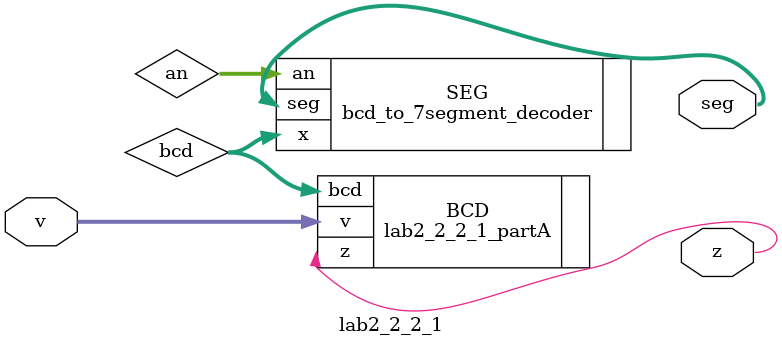
<source format=v>
`timescale 1ns / 1ps


module lab2_2_2_1(
    input [3:0] v,
    output z,
    output [6:0] seg
    );
    
    wire [3:0] bcd;
    wire [3:0] an;
    lab2_2_2_1_partA BCD (.v(v), .z(z), .bcd(bcd));
    bcd_to_7segment_decoder SEG (.x(bcd), .an(an), .seg(seg));
endmodule

</source>
